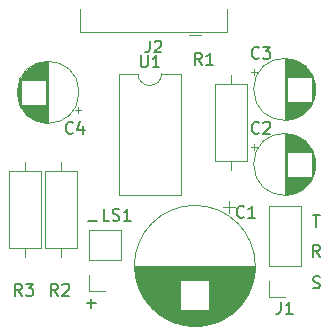
<source format=gbr>
G04 #@! TF.GenerationSoftware,KiCad,Pcbnew,(5.1.5)-3*
G04 #@! TF.CreationDate,2020-05-05T15:59:45-04:00*
G04 #@! TF.ProjectId,FullRangeSpeakerDriver,46756c6c-5261-46e6-9765-537065616b65,rev?*
G04 #@! TF.SameCoordinates,Original*
G04 #@! TF.FileFunction,Legend,Top*
G04 #@! TF.FilePolarity,Positive*
%FSLAX46Y46*%
G04 Gerber Fmt 4.6, Leading zero omitted, Abs format (unit mm)*
G04 Created by KiCad (PCBNEW (5.1.5)-3) date 2020-05-05 15:59:45*
%MOMM*%
%LPD*%
G04 APERTURE LIST*
%ADD10C,0.150000*%
%ADD11C,0.120000*%
G04 APERTURE END LIST*
D10*
X191516047Y-84907428D02*
X192277952Y-84907428D01*
X191897000Y-85288380D02*
X191897000Y-84526476D01*
X191643047Y-77922428D02*
X192404952Y-77922428D01*
X210661285Y-83589761D02*
X210804142Y-83637380D01*
X211042238Y-83637380D01*
X211137476Y-83589761D01*
X211185095Y-83542142D01*
X211232714Y-83446904D01*
X211232714Y-83351666D01*
X211185095Y-83256428D01*
X211137476Y-83208809D01*
X211042238Y-83161190D01*
X210851761Y-83113571D01*
X210756523Y-83065952D01*
X210708904Y-83018333D01*
X210661285Y-82923095D01*
X210661285Y-82827857D01*
X210708904Y-82732619D01*
X210756523Y-82685000D01*
X210851761Y-82637380D01*
X211089857Y-82637380D01*
X211232714Y-82685000D01*
X211256523Y-80970380D02*
X210923190Y-80494190D01*
X210685095Y-80970380D02*
X210685095Y-79970380D01*
X211066047Y-79970380D01*
X211161285Y-80018000D01*
X211208904Y-80065619D01*
X211256523Y-80160857D01*
X211256523Y-80303714D01*
X211208904Y-80398952D01*
X211161285Y-80446571D01*
X211066047Y-80494190D01*
X210685095Y-80494190D01*
X210661285Y-77430380D02*
X211232714Y-77430380D01*
X210947000Y-78430380D02*
X210947000Y-77430380D01*
D11*
X190910000Y-59970000D02*
X190910000Y-61970000D01*
X190910000Y-61970000D02*
X203410000Y-61970000D01*
X203410000Y-61970000D02*
X203410000Y-59970000D01*
X201160000Y-62220000D02*
X200160000Y-62220000D01*
X203708000Y-73636000D02*
X203708000Y-72866000D01*
X203708000Y-65556000D02*
X203708000Y-66326000D01*
X205078000Y-72866000D02*
X205078000Y-66326000D01*
X202338000Y-72866000D02*
X205078000Y-72866000D01*
X202338000Y-66326000D02*
X202338000Y-72866000D01*
X205078000Y-66326000D02*
X202338000Y-66326000D01*
X205705225Y-71427000D02*
X205705225Y-71927000D01*
X205455225Y-71677000D02*
X205955225Y-71677000D01*
X210861000Y-72868000D02*
X210861000Y-73436000D01*
X210821000Y-72634000D02*
X210821000Y-73670000D01*
X210781000Y-72475000D02*
X210781000Y-73829000D01*
X210741000Y-72347000D02*
X210741000Y-73957000D01*
X210701000Y-72237000D02*
X210701000Y-74067000D01*
X210661000Y-72141000D02*
X210661000Y-74163000D01*
X210621000Y-72054000D02*
X210621000Y-74250000D01*
X210581000Y-71974000D02*
X210581000Y-74330000D01*
X210541000Y-74192000D02*
X210541000Y-74403000D01*
X210541000Y-71901000D02*
X210541000Y-72112000D01*
X210501000Y-74192000D02*
X210501000Y-74471000D01*
X210501000Y-71833000D02*
X210501000Y-72112000D01*
X210461000Y-74192000D02*
X210461000Y-74535000D01*
X210461000Y-71769000D02*
X210461000Y-72112000D01*
X210421000Y-74192000D02*
X210421000Y-74595000D01*
X210421000Y-71709000D02*
X210421000Y-72112000D01*
X210381000Y-74192000D02*
X210381000Y-74652000D01*
X210381000Y-71652000D02*
X210381000Y-72112000D01*
X210341000Y-74192000D02*
X210341000Y-74706000D01*
X210341000Y-71598000D02*
X210341000Y-72112000D01*
X210301000Y-74192000D02*
X210301000Y-74757000D01*
X210301000Y-71547000D02*
X210301000Y-72112000D01*
X210261000Y-74192000D02*
X210261000Y-74805000D01*
X210261000Y-71499000D02*
X210261000Y-72112000D01*
X210221000Y-74192000D02*
X210221000Y-74851000D01*
X210221000Y-71453000D02*
X210221000Y-72112000D01*
X210181000Y-74192000D02*
X210181000Y-74895000D01*
X210181000Y-71409000D02*
X210181000Y-72112000D01*
X210141000Y-74192000D02*
X210141000Y-74937000D01*
X210141000Y-71367000D02*
X210141000Y-72112000D01*
X210101000Y-74192000D02*
X210101000Y-74978000D01*
X210101000Y-71326000D02*
X210101000Y-72112000D01*
X210061000Y-74192000D02*
X210061000Y-75016000D01*
X210061000Y-71288000D02*
X210061000Y-72112000D01*
X210021000Y-74192000D02*
X210021000Y-75053000D01*
X210021000Y-71251000D02*
X210021000Y-72112000D01*
X209981000Y-74192000D02*
X209981000Y-75089000D01*
X209981000Y-71215000D02*
X209981000Y-72112000D01*
X209941000Y-74192000D02*
X209941000Y-75123000D01*
X209941000Y-71181000D02*
X209941000Y-72112000D01*
X209901000Y-74192000D02*
X209901000Y-75156000D01*
X209901000Y-71148000D02*
X209901000Y-72112000D01*
X209861000Y-74192000D02*
X209861000Y-75187000D01*
X209861000Y-71117000D02*
X209861000Y-72112000D01*
X209821000Y-74192000D02*
X209821000Y-75217000D01*
X209821000Y-71087000D02*
X209821000Y-72112000D01*
X209781000Y-74192000D02*
X209781000Y-75247000D01*
X209781000Y-71057000D02*
X209781000Y-72112000D01*
X209741000Y-74192000D02*
X209741000Y-75274000D01*
X209741000Y-71030000D02*
X209741000Y-72112000D01*
X209701000Y-74192000D02*
X209701000Y-75301000D01*
X209701000Y-71003000D02*
X209701000Y-72112000D01*
X209661000Y-74192000D02*
X209661000Y-75327000D01*
X209661000Y-70977000D02*
X209661000Y-72112000D01*
X209621000Y-74192000D02*
X209621000Y-75352000D01*
X209621000Y-70952000D02*
X209621000Y-72112000D01*
X209581000Y-74192000D02*
X209581000Y-75376000D01*
X209581000Y-70928000D02*
X209581000Y-72112000D01*
X209541000Y-74192000D02*
X209541000Y-75399000D01*
X209541000Y-70905000D02*
X209541000Y-72112000D01*
X209501000Y-74192000D02*
X209501000Y-75420000D01*
X209501000Y-70884000D02*
X209501000Y-72112000D01*
X209461000Y-74192000D02*
X209461000Y-75442000D01*
X209461000Y-70862000D02*
X209461000Y-72112000D01*
X209421000Y-74192000D02*
X209421000Y-75462000D01*
X209421000Y-70842000D02*
X209421000Y-72112000D01*
X209381000Y-74192000D02*
X209381000Y-75481000D01*
X209381000Y-70823000D02*
X209381000Y-72112000D01*
X209341000Y-74192000D02*
X209341000Y-75500000D01*
X209341000Y-70804000D02*
X209341000Y-72112000D01*
X209301000Y-74192000D02*
X209301000Y-75517000D01*
X209301000Y-70787000D02*
X209301000Y-72112000D01*
X209261000Y-74192000D02*
X209261000Y-75534000D01*
X209261000Y-70770000D02*
X209261000Y-72112000D01*
X209221000Y-74192000D02*
X209221000Y-75550000D01*
X209221000Y-70754000D02*
X209221000Y-72112000D01*
X209181000Y-74192000D02*
X209181000Y-75566000D01*
X209181000Y-70738000D02*
X209181000Y-72112000D01*
X209141000Y-74192000D02*
X209141000Y-75580000D01*
X209141000Y-70724000D02*
X209141000Y-72112000D01*
X209101000Y-74192000D02*
X209101000Y-75594000D01*
X209101000Y-70710000D02*
X209101000Y-72112000D01*
X209061000Y-74192000D02*
X209061000Y-75607000D01*
X209061000Y-70697000D02*
X209061000Y-72112000D01*
X209021000Y-74192000D02*
X209021000Y-75620000D01*
X209021000Y-70684000D02*
X209021000Y-72112000D01*
X208981000Y-74192000D02*
X208981000Y-75632000D01*
X208981000Y-70672000D02*
X208981000Y-72112000D01*
X208940000Y-74192000D02*
X208940000Y-75643000D01*
X208940000Y-70661000D02*
X208940000Y-72112000D01*
X208900000Y-74192000D02*
X208900000Y-75653000D01*
X208900000Y-70651000D02*
X208900000Y-72112000D01*
X208860000Y-74192000D02*
X208860000Y-75663000D01*
X208860000Y-70641000D02*
X208860000Y-72112000D01*
X208820000Y-74192000D02*
X208820000Y-75672000D01*
X208820000Y-70632000D02*
X208820000Y-72112000D01*
X208780000Y-74192000D02*
X208780000Y-75680000D01*
X208780000Y-70624000D02*
X208780000Y-72112000D01*
X208740000Y-74192000D02*
X208740000Y-75688000D01*
X208740000Y-70616000D02*
X208740000Y-72112000D01*
X208700000Y-74192000D02*
X208700000Y-75695000D01*
X208700000Y-70609000D02*
X208700000Y-72112000D01*
X208660000Y-74192000D02*
X208660000Y-75702000D01*
X208660000Y-70602000D02*
X208660000Y-72112000D01*
X208620000Y-74192000D02*
X208620000Y-75708000D01*
X208620000Y-70596000D02*
X208620000Y-72112000D01*
X208580000Y-74192000D02*
X208580000Y-75713000D01*
X208580000Y-70591000D02*
X208580000Y-72112000D01*
X208540000Y-74192000D02*
X208540000Y-75717000D01*
X208540000Y-70587000D02*
X208540000Y-72112000D01*
X208500000Y-74192000D02*
X208500000Y-75721000D01*
X208500000Y-70583000D02*
X208500000Y-72112000D01*
X208460000Y-70579000D02*
X208460000Y-75725000D01*
X208420000Y-70576000D02*
X208420000Y-75728000D01*
X208380000Y-70574000D02*
X208380000Y-75730000D01*
X208340000Y-70573000D02*
X208340000Y-75731000D01*
X208300000Y-70572000D02*
X208300000Y-75732000D01*
X208260000Y-70572000D02*
X208260000Y-75732000D01*
X210880000Y-73152000D02*
G75*
G03X210880000Y-73152000I-2620000J0D01*
G01*
X189306200Y-81002000D02*
X189306200Y-80232000D01*
X189306200Y-72922000D02*
X189306200Y-73692000D01*
X190676200Y-80232000D02*
X190676200Y-73692000D01*
X187936200Y-80232000D02*
X190676200Y-80232000D01*
X187936200Y-73692000D02*
X187936200Y-80232000D01*
X190676200Y-73692000D02*
X187936200Y-73692000D01*
X199500000Y-65472000D02*
X197850000Y-65472000D01*
X199500000Y-75752000D02*
X199500000Y-65472000D01*
X194200000Y-75752000D02*
X199500000Y-75752000D01*
X194200000Y-65472000D02*
X194200000Y-75752000D01*
X195850000Y-65472000D02*
X194200000Y-65472000D01*
X197850000Y-65472000D02*
G75*
G02X195850000Y-65472000I-1000000J0D01*
G01*
X186258200Y-81002000D02*
X186258200Y-80232000D01*
X186258200Y-72922000D02*
X186258200Y-73692000D01*
X187628200Y-80232000D02*
X187628200Y-73692000D01*
X184888200Y-80232000D02*
X187628200Y-80232000D01*
X184888200Y-73692000D02*
X184888200Y-80232000D01*
X187628200Y-73692000D02*
X184888200Y-73692000D01*
X193040000Y-83880000D02*
X191710000Y-83880000D01*
X191710000Y-83880000D02*
X191710000Y-82550000D01*
X191710000Y-81280000D02*
X191710000Y-78680000D01*
X194370000Y-78680000D02*
X191710000Y-78680000D01*
X194370000Y-81280000D02*
X194370000Y-78680000D01*
X194370000Y-81280000D02*
X191710000Y-81280000D01*
X208280000Y-84388000D02*
X206950000Y-84388000D01*
X206950000Y-84388000D02*
X206950000Y-83058000D01*
X206950000Y-81788000D02*
X206950000Y-76648000D01*
X209610000Y-76648000D02*
X206950000Y-76648000D01*
X209610000Y-81788000D02*
X209610000Y-76648000D01*
X209610000Y-81788000D02*
X206950000Y-81788000D01*
X190788775Y-68781000D02*
X190788775Y-68281000D01*
X191038775Y-68531000D02*
X190538775Y-68531000D01*
X185633000Y-67340000D02*
X185633000Y-66772000D01*
X185673000Y-67574000D02*
X185673000Y-66538000D01*
X185713000Y-67733000D02*
X185713000Y-66379000D01*
X185753000Y-67861000D02*
X185753000Y-66251000D01*
X185793000Y-67971000D02*
X185793000Y-66141000D01*
X185833000Y-68067000D02*
X185833000Y-66045000D01*
X185873000Y-68154000D02*
X185873000Y-65958000D01*
X185913000Y-68234000D02*
X185913000Y-65878000D01*
X185953000Y-66016000D02*
X185953000Y-65805000D01*
X185953000Y-68307000D02*
X185953000Y-68096000D01*
X185993000Y-66016000D02*
X185993000Y-65737000D01*
X185993000Y-68375000D02*
X185993000Y-68096000D01*
X186033000Y-66016000D02*
X186033000Y-65673000D01*
X186033000Y-68439000D02*
X186033000Y-68096000D01*
X186073000Y-66016000D02*
X186073000Y-65613000D01*
X186073000Y-68499000D02*
X186073000Y-68096000D01*
X186113000Y-66016000D02*
X186113000Y-65556000D01*
X186113000Y-68556000D02*
X186113000Y-68096000D01*
X186153000Y-66016000D02*
X186153000Y-65502000D01*
X186153000Y-68610000D02*
X186153000Y-68096000D01*
X186193000Y-66016000D02*
X186193000Y-65451000D01*
X186193000Y-68661000D02*
X186193000Y-68096000D01*
X186233000Y-66016000D02*
X186233000Y-65403000D01*
X186233000Y-68709000D02*
X186233000Y-68096000D01*
X186273000Y-66016000D02*
X186273000Y-65357000D01*
X186273000Y-68755000D02*
X186273000Y-68096000D01*
X186313000Y-66016000D02*
X186313000Y-65313000D01*
X186313000Y-68799000D02*
X186313000Y-68096000D01*
X186353000Y-66016000D02*
X186353000Y-65271000D01*
X186353000Y-68841000D02*
X186353000Y-68096000D01*
X186393000Y-66016000D02*
X186393000Y-65230000D01*
X186393000Y-68882000D02*
X186393000Y-68096000D01*
X186433000Y-66016000D02*
X186433000Y-65192000D01*
X186433000Y-68920000D02*
X186433000Y-68096000D01*
X186473000Y-66016000D02*
X186473000Y-65155000D01*
X186473000Y-68957000D02*
X186473000Y-68096000D01*
X186513000Y-66016000D02*
X186513000Y-65119000D01*
X186513000Y-68993000D02*
X186513000Y-68096000D01*
X186553000Y-66016000D02*
X186553000Y-65085000D01*
X186553000Y-69027000D02*
X186553000Y-68096000D01*
X186593000Y-66016000D02*
X186593000Y-65052000D01*
X186593000Y-69060000D02*
X186593000Y-68096000D01*
X186633000Y-66016000D02*
X186633000Y-65021000D01*
X186633000Y-69091000D02*
X186633000Y-68096000D01*
X186673000Y-66016000D02*
X186673000Y-64991000D01*
X186673000Y-69121000D02*
X186673000Y-68096000D01*
X186713000Y-66016000D02*
X186713000Y-64961000D01*
X186713000Y-69151000D02*
X186713000Y-68096000D01*
X186753000Y-66016000D02*
X186753000Y-64934000D01*
X186753000Y-69178000D02*
X186753000Y-68096000D01*
X186793000Y-66016000D02*
X186793000Y-64907000D01*
X186793000Y-69205000D02*
X186793000Y-68096000D01*
X186833000Y-66016000D02*
X186833000Y-64881000D01*
X186833000Y-69231000D02*
X186833000Y-68096000D01*
X186873000Y-66016000D02*
X186873000Y-64856000D01*
X186873000Y-69256000D02*
X186873000Y-68096000D01*
X186913000Y-66016000D02*
X186913000Y-64832000D01*
X186913000Y-69280000D02*
X186913000Y-68096000D01*
X186953000Y-66016000D02*
X186953000Y-64809000D01*
X186953000Y-69303000D02*
X186953000Y-68096000D01*
X186993000Y-66016000D02*
X186993000Y-64788000D01*
X186993000Y-69324000D02*
X186993000Y-68096000D01*
X187033000Y-66016000D02*
X187033000Y-64766000D01*
X187033000Y-69346000D02*
X187033000Y-68096000D01*
X187073000Y-66016000D02*
X187073000Y-64746000D01*
X187073000Y-69366000D02*
X187073000Y-68096000D01*
X187113000Y-66016000D02*
X187113000Y-64727000D01*
X187113000Y-69385000D02*
X187113000Y-68096000D01*
X187153000Y-66016000D02*
X187153000Y-64708000D01*
X187153000Y-69404000D02*
X187153000Y-68096000D01*
X187193000Y-66016000D02*
X187193000Y-64691000D01*
X187193000Y-69421000D02*
X187193000Y-68096000D01*
X187233000Y-66016000D02*
X187233000Y-64674000D01*
X187233000Y-69438000D02*
X187233000Y-68096000D01*
X187273000Y-66016000D02*
X187273000Y-64658000D01*
X187273000Y-69454000D02*
X187273000Y-68096000D01*
X187313000Y-66016000D02*
X187313000Y-64642000D01*
X187313000Y-69470000D02*
X187313000Y-68096000D01*
X187353000Y-66016000D02*
X187353000Y-64628000D01*
X187353000Y-69484000D02*
X187353000Y-68096000D01*
X187393000Y-66016000D02*
X187393000Y-64614000D01*
X187393000Y-69498000D02*
X187393000Y-68096000D01*
X187433000Y-66016000D02*
X187433000Y-64601000D01*
X187433000Y-69511000D02*
X187433000Y-68096000D01*
X187473000Y-66016000D02*
X187473000Y-64588000D01*
X187473000Y-69524000D02*
X187473000Y-68096000D01*
X187513000Y-66016000D02*
X187513000Y-64576000D01*
X187513000Y-69536000D02*
X187513000Y-68096000D01*
X187554000Y-66016000D02*
X187554000Y-64565000D01*
X187554000Y-69547000D02*
X187554000Y-68096000D01*
X187594000Y-66016000D02*
X187594000Y-64555000D01*
X187594000Y-69557000D02*
X187594000Y-68096000D01*
X187634000Y-66016000D02*
X187634000Y-64545000D01*
X187634000Y-69567000D02*
X187634000Y-68096000D01*
X187674000Y-66016000D02*
X187674000Y-64536000D01*
X187674000Y-69576000D02*
X187674000Y-68096000D01*
X187714000Y-66016000D02*
X187714000Y-64528000D01*
X187714000Y-69584000D02*
X187714000Y-68096000D01*
X187754000Y-66016000D02*
X187754000Y-64520000D01*
X187754000Y-69592000D02*
X187754000Y-68096000D01*
X187794000Y-66016000D02*
X187794000Y-64513000D01*
X187794000Y-69599000D02*
X187794000Y-68096000D01*
X187834000Y-66016000D02*
X187834000Y-64506000D01*
X187834000Y-69606000D02*
X187834000Y-68096000D01*
X187874000Y-66016000D02*
X187874000Y-64500000D01*
X187874000Y-69612000D02*
X187874000Y-68096000D01*
X187914000Y-66016000D02*
X187914000Y-64495000D01*
X187914000Y-69617000D02*
X187914000Y-68096000D01*
X187954000Y-66016000D02*
X187954000Y-64491000D01*
X187954000Y-69621000D02*
X187954000Y-68096000D01*
X187994000Y-66016000D02*
X187994000Y-64487000D01*
X187994000Y-69625000D02*
X187994000Y-68096000D01*
X188034000Y-69629000D02*
X188034000Y-64483000D01*
X188074000Y-69632000D02*
X188074000Y-64480000D01*
X188114000Y-69634000D02*
X188114000Y-64478000D01*
X188154000Y-69635000D02*
X188154000Y-64477000D01*
X188194000Y-69636000D02*
X188194000Y-64476000D01*
X188234000Y-69636000D02*
X188234000Y-64476000D01*
X190854000Y-67056000D02*
G75*
G03X190854000Y-67056000I-2620000J0D01*
G01*
X205705225Y-65077000D02*
X205705225Y-65577000D01*
X205455225Y-65327000D02*
X205955225Y-65327000D01*
X210861000Y-66518000D02*
X210861000Y-67086000D01*
X210821000Y-66284000D02*
X210821000Y-67320000D01*
X210781000Y-66125000D02*
X210781000Y-67479000D01*
X210741000Y-65997000D02*
X210741000Y-67607000D01*
X210701000Y-65887000D02*
X210701000Y-67717000D01*
X210661000Y-65791000D02*
X210661000Y-67813000D01*
X210621000Y-65704000D02*
X210621000Y-67900000D01*
X210581000Y-65624000D02*
X210581000Y-67980000D01*
X210541000Y-67842000D02*
X210541000Y-68053000D01*
X210541000Y-65551000D02*
X210541000Y-65762000D01*
X210501000Y-67842000D02*
X210501000Y-68121000D01*
X210501000Y-65483000D02*
X210501000Y-65762000D01*
X210461000Y-67842000D02*
X210461000Y-68185000D01*
X210461000Y-65419000D02*
X210461000Y-65762000D01*
X210421000Y-67842000D02*
X210421000Y-68245000D01*
X210421000Y-65359000D02*
X210421000Y-65762000D01*
X210381000Y-67842000D02*
X210381000Y-68302000D01*
X210381000Y-65302000D02*
X210381000Y-65762000D01*
X210341000Y-67842000D02*
X210341000Y-68356000D01*
X210341000Y-65248000D02*
X210341000Y-65762000D01*
X210301000Y-67842000D02*
X210301000Y-68407000D01*
X210301000Y-65197000D02*
X210301000Y-65762000D01*
X210261000Y-67842000D02*
X210261000Y-68455000D01*
X210261000Y-65149000D02*
X210261000Y-65762000D01*
X210221000Y-67842000D02*
X210221000Y-68501000D01*
X210221000Y-65103000D02*
X210221000Y-65762000D01*
X210181000Y-67842000D02*
X210181000Y-68545000D01*
X210181000Y-65059000D02*
X210181000Y-65762000D01*
X210141000Y-67842000D02*
X210141000Y-68587000D01*
X210141000Y-65017000D02*
X210141000Y-65762000D01*
X210101000Y-67842000D02*
X210101000Y-68628000D01*
X210101000Y-64976000D02*
X210101000Y-65762000D01*
X210061000Y-67842000D02*
X210061000Y-68666000D01*
X210061000Y-64938000D02*
X210061000Y-65762000D01*
X210021000Y-67842000D02*
X210021000Y-68703000D01*
X210021000Y-64901000D02*
X210021000Y-65762000D01*
X209981000Y-67842000D02*
X209981000Y-68739000D01*
X209981000Y-64865000D02*
X209981000Y-65762000D01*
X209941000Y-67842000D02*
X209941000Y-68773000D01*
X209941000Y-64831000D02*
X209941000Y-65762000D01*
X209901000Y-67842000D02*
X209901000Y-68806000D01*
X209901000Y-64798000D02*
X209901000Y-65762000D01*
X209861000Y-67842000D02*
X209861000Y-68837000D01*
X209861000Y-64767000D02*
X209861000Y-65762000D01*
X209821000Y-67842000D02*
X209821000Y-68867000D01*
X209821000Y-64737000D02*
X209821000Y-65762000D01*
X209781000Y-67842000D02*
X209781000Y-68897000D01*
X209781000Y-64707000D02*
X209781000Y-65762000D01*
X209741000Y-67842000D02*
X209741000Y-68924000D01*
X209741000Y-64680000D02*
X209741000Y-65762000D01*
X209701000Y-67842000D02*
X209701000Y-68951000D01*
X209701000Y-64653000D02*
X209701000Y-65762000D01*
X209661000Y-67842000D02*
X209661000Y-68977000D01*
X209661000Y-64627000D02*
X209661000Y-65762000D01*
X209621000Y-67842000D02*
X209621000Y-69002000D01*
X209621000Y-64602000D02*
X209621000Y-65762000D01*
X209581000Y-67842000D02*
X209581000Y-69026000D01*
X209581000Y-64578000D02*
X209581000Y-65762000D01*
X209541000Y-67842000D02*
X209541000Y-69049000D01*
X209541000Y-64555000D02*
X209541000Y-65762000D01*
X209501000Y-67842000D02*
X209501000Y-69070000D01*
X209501000Y-64534000D02*
X209501000Y-65762000D01*
X209461000Y-67842000D02*
X209461000Y-69092000D01*
X209461000Y-64512000D02*
X209461000Y-65762000D01*
X209421000Y-67842000D02*
X209421000Y-69112000D01*
X209421000Y-64492000D02*
X209421000Y-65762000D01*
X209381000Y-67842000D02*
X209381000Y-69131000D01*
X209381000Y-64473000D02*
X209381000Y-65762000D01*
X209341000Y-67842000D02*
X209341000Y-69150000D01*
X209341000Y-64454000D02*
X209341000Y-65762000D01*
X209301000Y-67842000D02*
X209301000Y-69167000D01*
X209301000Y-64437000D02*
X209301000Y-65762000D01*
X209261000Y-67842000D02*
X209261000Y-69184000D01*
X209261000Y-64420000D02*
X209261000Y-65762000D01*
X209221000Y-67842000D02*
X209221000Y-69200000D01*
X209221000Y-64404000D02*
X209221000Y-65762000D01*
X209181000Y-67842000D02*
X209181000Y-69216000D01*
X209181000Y-64388000D02*
X209181000Y-65762000D01*
X209141000Y-67842000D02*
X209141000Y-69230000D01*
X209141000Y-64374000D02*
X209141000Y-65762000D01*
X209101000Y-67842000D02*
X209101000Y-69244000D01*
X209101000Y-64360000D02*
X209101000Y-65762000D01*
X209061000Y-67842000D02*
X209061000Y-69257000D01*
X209061000Y-64347000D02*
X209061000Y-65762000D01*
X209021000Y-67842000D02*
X209021000Y-69270000D01*
X209021000Y-64334000D02*
X209021000Y-65762000D01*
X208981000Y-67842000D02*
X208981000Y-69282000D01*
X208981000Y-64322000D02*
X208981000Y-65762000D01*
X208940000Y-67842000D02*
X208940000Y-69293000D01*
X208940000Y-64311000D02*
X208940000Y-65762000D01*
X208900000Y-67842000D02*
X208900000Y-69303000D01*
X208900000Y-64301000D02*
X208900000Y-65762000D01*
X208860000Y-67842000D02*
X208860000Y-69313000D01*
X208860000Y-64291000D02*
X208860000Y-65762000D01*
X208820000Y-67842000D02*
X208820000Y-69322000D01*
X208820000Y-64282000D02*
X208820000Y-65762000D01*
X208780000Y-67842000D02*
X208780000Y-69330000D01*
X208780000Y-64274000D02*
X208780000Y-65762000D01*
X208740000Y-67842000D02*
X208740000Y-69338000D01*
X208740000Y-64266000D02*
X208740000Y-65762000D01*
X208700000Y-67842000D02*
X208700000Y-69345000D01*
X208700000Y-64259000D02*
X208700000Y-65762000D01*
X208660000Y-67842000D02*
X208660000Y-69352000D01*
X208660000Y-64252000D02*
X208660000Y-65762000D01*
X208620000Y-67842000D02*
X208620000Y-69358000D01*
X208620000Y-64246000D02*
X208620000Y-65762000D01*
X208580000Y-67842000D02*
X208580000Y-69363000D01*
X208580000Y-64241000D02*
X208580000Y-65762000D01*
X208540000Y-67842000D02*
X208540000Y-69367000D01*
X208540000Y-64237000D02*
X208540000Y-65762000D01*
X208500000Y-67842000D02*
X208500000Y-69371000D01*
X208500000Y-64233000D02*
X208500000Y-65762000D01*
X208460000Y-64229000D02*
X208460000Y-69375000D01*
X208420000Y-64226000D02*
X208420000Y-69378000D01*
X208380000Y-64224000D02*
X208380000Y-69380000D01*
X208340000Y-64223000D02*
X208340000Y-69381000D01*
X208300000Y-64222000D02*
X208300000Y-69382000D01*
X208260000Y-64222000D02*
X208260000Y-69382000D01*
X210880000Y-66802000D02*
G75*
G03X210880000Y-66802000I-2620000J0D01*
G01*
X204035000Y-76768354D02*
X203035000Y-76768354D01*
X203535000Y-76268354D02*
X203535000Y-77268354D01*
X201259000Y-86829000D02*
X200061000Y-86829000D01*
X201522000Y-86789000D02*
X199798000Y-86789000D01*
X201722000Y-86749000D02*
X199598000Y-86749000D01*
X201890000Y-86709000D02*
X199430000Y-86709000D01*
X202038000Y-86669000D02*
X199282000Y-86669000D01*
X202170000Y-86629000D02*
X199150000Y-86629000D01*
X202290000Y-86589000D02*
X199030000Y-86589000D01*
X202402000Y-86549000D02*
X198918000Y-86549000D01*
X202506000Y-86509000D02*
X198814000Y-86509000D01*
X202604000Y-86469000D02*
X198716000Y-86469000D01*
X202697000Y-86429000D02*
X198623000Y-86429000D01*
X202785000Y-86389000D02*
X198535000Y-86389000D01*
X202869000Y-86349000D02*
X198451000Y-86349000D01*
X202949000Y-86309000D02*
X198371000Y-86309000D01*
X203025000Y-86269000D02*
X198295000Y-86269000D01*
X203099000Y-86229000D02*
X198221000Y-86229000D01*
X203170000Y-86189000D02*
X198150000Y-86189000D01*
X203239000Y-86149000D02*
X198081000Y-86149000D01*
X203305000Y-86109000D02*
X198015000Y-86109000D01*
X203369000Y-86069000D02*
X197951000Y-86069000D01*
X203430000Y-86029000D02*
X197890000Y-86029000D01*
X203490000Y-85989000D02*
X197830000Y-85989000D01*
X203549000Y-85949000D02*
X197771000Y-85949000D01*
X203605000Y-85909000D02*
X197715000Y-85909000D01*
X203660000Y-85869000D02*
X197660000Y-85869000D01*
X203714000Y-85829000D02*
X197606000Y-85829000D01*
X203766000Y-85789000D02*
X197554000Y-85789000D01*
X203816000Y-85749000D02*
X197504000Y-85749000D01*
X203866000Y-85709000D02*
X197454000Y-85709000D01*
X203914000Y-85669000D02*
X197406000Y-85669000D01*
X203961000Y-85629000D02*
X197359000Y-85629000D01*
X204007000Y-85589000D02*
X197313000Y-85589000D01*
X204052000Y-85549000D02*
X197268000Y-85549000D01*
X204096000Y-85509000D02*
X197224000Y-85509000D01*
X199419000Y-85469000D02*
X197182000Y-85469000D01*
X204138000Y-85469000D02*
X201901000Y-85469000D01*
X199419000Y-85429000D02*
X197140000Y-85429000D01*
X204180000Y-85429000D02*
X201901000Y-85429000D01*
X199419000Y-85389000D02*
X197099000Y-85389000D01*
X204221000Y-85389000D02*
X201901000Y-85389000D01*
X199419000Y-85349000D02*
X197059000Y-85349000D01*
X204261000Y-85349000D02*
X201901000Y-85349000D01*
X199419000Y-85309000D02*
X197020000Y-85309000D01*
X204300000Y-85309000D02*
X201901000Y-85309000D01*
X199419000Y-85269000D02*
X196981000Y-85269000D01*
X204339000Y-85269000D02*
X201901000Y-85269000D01*
X199419000Y-85229000D02*
X196944000Y-85229000D01*
X204376000Y-85229000D02*
X201901000Y-85229000D01*
X199419000Y-85189000D02*
X196907000Y-85189000D01*
X204413000Y-85189000D02*
X201901000Y-85189000D01*
X199419000Y-85149000D02*
X196871000Y-85149000D01*
X204449000Y-85149000D02*
X201901000Y-85149000D01*
X199419000Y-85109000D02*
X196836000Y-85109000D01*
X204484000Y-85109000D02*
X201901000Y-85109000D01*
X199419000Y-85069000D02*
X196802000Y-85069000D01*
X204518000Y-85069000D02*
X201901000Y-85069000D01*
X199419000Y-85029000D02*
X196768000Y-85029000D01*
X204552000Y-85029000D02*
X201901000Y-85029000D01*
X199419000Y-84989000D02*
X196735000Y-84989000D01*
X204585000Y-84989000D02*
X201901000Y-84989000D01*
X199419000Y-84949000D02*
X196703000Y-84949000D01*
X204617000Y-84949000D02*
X201901000Y-84949000D01*
X199419000Y-84909000D02*
X196671000Y-84909000D01*
X204649000Y-84909000D02*
X201901000Y-84909000D01*
X199419000Y-84869000D02*
X196640000Y-84869000D01*
X204680000Y-84869000D02*
X201901000Y-84869000D01*
X199419000Y-84829000D02*
X196610000Y-84829000D01*
X204710000Y-84829000D02*
X201901000Y-84829000D01*
X199419000Y-84789000D02*
X196580000Y-84789000D01*
X204740000Y-84789000D02*
X201901000Y-84789000D01*
X199419000Y-84749000D02*
X196550000Y-84749000D01*
X204770000Y-84749000D02*
X201901000Y-84749000D01*
X199419000Y-84709000D02*
X196522000Y-84709000D01*
X204798000Y-84709000D02*
X201901000Y-84709000D01*
X199419000Y-84669000D02*
X196494000Y-84669000D01*
X204826000Y-84669000D02*
X201901000Y-84669000D01*
X199419000Y-84629000D02*
X196466000Y-84629000D01*
X204854000Y-84629000D02*
X201901000Y-84629000D01*
X199419000Y-84589000D02*
X196439000Y-84589000D01*
X204881000Y-84589000D02*
X201901000Y-84589000D01*
X199419000Y-84549000D02*
X196413000Y-84549000D01*
X204907000Y-84549000D02*
X201901000Y-84549000D01*
X199419000Y-84509000D02*
X196387000Y-84509000D01*
X204933000Y-84509000D02*
X201901000Y-84509000D01*
X199419000Y-84469000D02*
X196362000Y-84469000D01*
X204958000Y-84469000D02*
X201901000Y-84469000D01*
X199419000Y-84429000D02*
X196337000Y-84429000D01*
X204983000Y-84429000D02*
X201901000Y-84429000D01*
X199419000Y-84389000D02*
X196313000Y-84389000D01*
X205007000Y-84389000D02*
X201901000Y-84389000D01*
X199419000Y-84349000D02*
X196289000Y-84349000D01*
X205031000Y-84349000D02*
X201901000Y-84349000D01*
X199419000Y-84309000D02*
X196265000Y-84309000D01*
X205055000Y-84309000D02*
X201901000Y-84309000D01*
X199419000Y-84269000D02*
X196243000Y-84269000D01*
X205077000Y-84269000D02*
X201901000Y-84269000D01*
X199419000Y-84229000D02*
X196220000Y-84229000D01*
X205100000Y-84229000D02*
X201901000Y-84229000D01*
X199419000Y-84189000D02*
X196198000Y-84189000D01*
X205122000Y-84189000D02*
X201901000Y-84189000D01*
X199419000Y-84149000D02*
X196177000Y-84149000D01*
X205143000Y-84149000D02*
X201901000Y-84149000D01*
X199419000Y-84109000D02*
X196156000Y-84109000D01*
X205164000Y-84109000D02*
X201901000Y-84109000D01*
X199419000Y-84069000D02*
X196135000Y-84069000D01*
X205185000Y-84069000D02*
X201901000Y-84069000D01*
X199419000Y-84029000D02*
X196115000Y-84029000D01*
X205205000Y-84029000D02*
X201901000Y-84029000D01*
X199419000Y-83989000D02*
X196096000Y-83989000D01*
X205224000Y-83989000D02*
X201901000Y-83989000D01*
X199419000Y-83949000D02*
X196076000Y-83949000D01*
X205244000Y-83949000D02*
X201901000Y-83949000D01*
X199419000Y-83909000D02*
X196057000Y-83909000D01*
X205263000Y-83909000D02*
X201901000Y-83909000D01*
X199419000Y-83869000D02*
X196039000Y-83869000D01*
X205281000Y-83869000D02*
X201901000Y-83869000D01*
X199419000Y-83829000D02*
X196021000Y-83829000D01*
X205299000Y-83829000D02*
X201901000Y-83829000D01*
X199419000Y-83789000D02*
X196003000Y-83789000D01*
X205317000Y-83789000D02*
X201901000Y-83789000D01*
X199419000Y-83749000D02*
X195986000Y-83749000D01*
X205334000Y-83749000D02*
X201901000Y-83749000D01*
X199419000Y-83709000D02*
X195970000Y-83709000D01*
X205350000Y-83709000D02*
X201901000Y-83709000D01*
X199419000Y-83669000D02*
X195953000Y-83669000D01*
X205367000Y-83669000D02*
X201901000Y-83669000D01*
X199419000Y-83629000D02*
X195937000Y-83629000D01*
X205383000Y-83629000D02*
X201901000Y-83629000D01*
X199419000Y-83589000D02*
X195922000Y-83589000D01*
X205398000Y-83589000D02*
X201901000Y-83589000D01*
X199419000Y-83549000D02*
X195906000Y-83549000D01*
X205414000Y-83549000D02*
X201901000Y-83549000D01*
X199419000Y-83509000D02*
X195892000Y-83509000D01*
X205428000Y-83509000D02*
X201901000Y-83509000D01*
X199419000Y-83469000D02*
X195877000Y-83469000D01*
X205443000Y-83469000D02*
X201901000Y-83469000D01*
X199419000Y-83429000D02*
X195863000Y-83429000D01*
X205457000Y-83429000D02*
X201901000Y-83429000D01*
X199419000Y-83389000D02*
X195849000Y-83389000D01*
X205471000Y-83389000D02*
X201901000Y-83389000D01*
X199419000Y-83349000D02*
X195836000Y-83349000D01*
X205484000Y-83349000D02*
X201901000Y-83349000D01*
X199419000Y-83309000D02*
X195823000Y-83309000D01*
X205497000Y-83309000D02*
X201901000Y-83309000D01*
X199419000Y-83269000D02*
X195810000Y-83269000D01*
X205510000Y-83269000D02*
X201901000Y-83269000D01*
X199419000Y-83229000D02*
X195798000Y-83229000D01*
X205522000Y-83229000D02*
X201901000Y-83229000D01*
X199419000Y-83189000D02*
X195786000Y-83189000D01*
X205534000Y-83189000D02*
X201901000Y-83189000D01*
X199419000Y-83149000D02*
X195775000Y-83149000D01*
X205545000Y-83149000D02*
X201901000Y-83149000D01*
X199419000Y-83109000D02*
X195763000Y-83109000D01*
X205557000Y-83109000D02*
X201901000Y-83109000D01*
X199419000Y-83069000D02*
X195753000Y-83069000D01*
X205567000Y-83069000D02*
X201901000Y-83069000D01*
X199419000Y-83029000D02*
X195742000Y-83029000D01*
X205578000Y-83029000D02*
X201901000Y-83029000D01*
X205588000Y-82989000D02*
X195732000Y-82989000D01*
X205598000Y-82949000D02*
X195722000Y-82949000D01*
X205607000Y-82909000D02*
X195713000Y-82909000D01*
X205616000Y-82869000D02*
X195704000Y-82869000D01*
X205625000Y-82829000D02*
X195695000Y-82829000D01*
X205634000Y-82789000D02*
X195686000Y-82789000D01*
X205642000Y-82749000D02*
X195678000Y-82749000D01*
X205650000Y-82709000D02*
X195670000Y-82709000D01*
X205657000Y-82669000D02*
X195663000Y-82669000D01*
X205664000Y-82629000D02*
X195656000Y-82629000D01*
X205671000Y-82589000D02*
X195649000Y-82589000D01*
X205678000Y-82549000D02*
X195642000Y-82549000D01*
X205684000Y-82509000D02*
X195636000Y-82509000D01*
X205690000Y-82469000D02*
X195630000Y-82469000D01*
X205695000Y-82428000D02*
X195625000Y-82428000D01*
X205700000Y-82388000D02*
X195620000Y-82388000D01*
X205705000Y-82348000D02*
X195615000Y-82348000D01*
X205710000Y-82308000D02*
X195610000Y-82308000D01*
X205714000Y-82268000D02*
X195606000Y-82268000D01*
X205718000Y-82228000D02*
X195602000Y-82228000D01*
X205722000Y-82188000D02*
X195598000Y-82188000D01*
X205725000Y-82148000D02*
X195595000Y-82148000D01*
X205728000Y-82108000D02*
X195592000Y-82108000D01*
X205730000Y-82068000D02*
X195590000Y-82068000D01*
X205733000Y-82028000D02*
X195587000Y-82028000D01*
X205735000Y-81988000D02*
X195585000Y-81988000D01*
X205737000Y-81948000D02*
X195583000Y-81948000D01*
X205738000Y-81908000D02*
X195582000Y-81908000D01*
X205739000Y-81868000D02*
X195581000Y-81868000D01*
X205740000Y-81828000D02*
X195580000Y-81828000D01*
X205740000Y-81788000D02*
X195580000Y-81788000D01*
X205740000Y-81748000D02*
X195580000Y-81748000D01*
X205780000Y-81748000D02*
G75*
G03X205780000Y-81748000I-5120000J0D01*
G01*
D10*
X196826666Y-62672380D02*
X196826666Y-63386666D01*
X196779047Y-63529523D01*
X196683809Y-63624761D01*
X196540952Y-63672380D01*
X196445714Y-63672380D01*
X197255238Y-62767619D02*
X197302857Y-62720000D01*
X197398095Y-62672380D01*
X197636190Y-62672380D01*
X197731428Y-62720000D01*
X197779047Y-62767619D01*
X197826666Y-62862857D01*
X197826666Y-62958095D01*
X197779047Y-63100952D01*
X197207619Y-63672380D01*
X197826666Y-63672380D01*
X201255333Y-64714380D02*
X200922000Y-64238190D01*
X200683904Y-64714380D02*
X200683904Y-63714380D01*
X201064857Y-63714380D01*
X201160095Y-63762000D01*
X201207714Y-63809619D01*
X201255333Y-63904857D01*
X201255333Y-64047714D01*
X201207714Y-64142952D01*
X201160095Y-64190571D01*
X201064857Y-64238190D01*
X200683904Y-64238190D01*
X202207714Y-64714380D02*
X201636285Y-64714380D01*
X201922000Y-64714380D02*
X201922000Y-63714380D01*
X201826761Y-63857238D01*
X201731523Y-63952476D01*
X201636285Y-64000095D01*
X206081333Y-70461142D02*
X206033714Y-70508761D01*
X205890857Y-70556380D01*
X205795619Y-70556380D01*
X205652761Y-70508761D01*
X205557523Y-70413523D01*
X205509904Y-70318285D01*
X205462285Y-70127809D01*
X205462285Y-69984952D01*
X205509904Y-69794476D01*
X205557523Y-69699238D01*
X205652761Y-69604000D01*
X205795619Y-69556380D01*
X205890857Y-69556380D01*
X206033714Y-69604000D01*
X206081333Y-69651619D01*
X206462285Y-69651619D02*
X206509904Y-69604000D01*
X206605142Y-69556380D01*
X206843238Y-69556380D01*
X206938476Y-69604000D01*
X206986095Y-69651619D01*
X207033714Y-69746857D01*
X207033714Y-69842095D01*
X206986095Y-69984952D01*
X206414666Y-70556380D01*
X207033714Y-70556380D01*
X189063333Y-84272380D02*
X188730000Y-83796190D01*
X188491904Y-84272380D02*
X188491904Y-83272380D01*
X188872857Y-83272380D01*
X188968095Y-83320000D01*
X189015714Y-83367619D01*
X189063333Y-83462857D01*
X189063333Y-83605714D01*
X189015714Y-83700952D01*
X188968095Y-83748571D01*
X188872857Y-83796190D01*
X188491904Y-83796190D01*
X189444285Y-83367619D02*
X189491904Y-83320000D01*
X189587142Y-83272380D01*
X189825238Y-83272380D01*
X189920476Y-83320000D01*
X189968095Y-83367619D01*
X190015714Y-83462857D01*
X190015714Y-83558095D01*
X189968095Y-83700952D01*
X189396666Y-84272380D01*
X190015714Y-84272380D01*
X196088095Y-63924380D02*
X196088095Y-64733904D01*
X196135714Y-64829142D01*
X196183333Y-64876761D01*
X196278571Y-64924380D01*
X196469047Y-64924380D01*
X196564285Y-64876761D01*
X196611904Y-64829142D01*
X196659523Y-64733904D01*
X196659523Y-63924380D01*
X197659523Y-64924380D02*
X197088095Y-64924380D01*
X197373809Y-64924380D02*
X197373809Y-63924380D01*
X197278571Y-64067238D01*
X197183333Y-64162476D01*
X197088095Y-64210095D01*
X186015333Y-84272380D02*
X185682000Y-83796190D01*
X185443904Y-84272380D02*
X185443904Y-83272380D01*
X185824857Y-83272380D01*
X185920095Y-83320000D01*
X185967714Y-83367619D01*
X186015333Y-83462857D01*
X186015333Y-83605714D01*
X185967714Y-83700952D01*
X185920095Y-83748571D01*
X185824857Y-83796190D01*
X185443904Y-83796190D01*
X186348666Y-83272380D02*
X186967714Y-83272380D01*
X186634380Y-83653333D01*
X186777238Y-83653333D01*
X186872476Y-83700952D01*
X186920095Y-83748571D01*
X186967714Y-83843809D01*
X186967714Y-84081904D01*
X186920095Y-84177142D01*
X186872476Y-84224761D01*
X186777238Y-84272380D01*
X186491523Y-84272380D01*
X186396285Y-84224761D01*
X186348666Y-84177142D01*
X193413142Y-77922380D02*
X192936952Y-77922380D01*
X192936952Y-76922380D01*
X193698857Y-77874761D02*
X193841714Y-77922380D01*
X194079809Y-77922380D01*
X194175047Y-77874761D01*
X194222666Y-77827142D01*
X194270285Y-77731904D01*
X194270285Y-77636666D01*
X194222666Y-77541428D01*
X194175047Y-77493809D01*
X194079809Y-77446190D01*
X193889333Y-77398571D01*
X193794095Y-77350952D01*
X193746476Y-77303333D01*
X193698857Y-77208095D01*
X193698857Y-77112857D01*
X193746476Y-77017619D01*
X193794095Y-76970000D01*
X193889333Y-76922380D01*
X194127428Y-76922380D01*
X194270285Y-76970000D01*
X195222666Y-77922380D02*
X194651238Y-77922380D01*
X194936952Y-77922380D02*
X194936952Y-76922380D01*
X194841714Y-77065238D01*
X194746476Y-77160476D01*
X194651238Y-77208095D01*
X207946666Y-84796380D02*
X207946666Y-85510666D01*
X207899047Y-85653523D01*
X207803809Y-85748761D01*
X207660952Y-85796380D01*
X207565714Y-85796380D01*
X208946666Y-85796380D02*
X208375238Y-85796380D01*
X208660952Y-85796380D02*
X208660952Y-84796380D01*
X208565714Y-84939238D01*
X208470476Y-85034476D01*
X208375238Y-85082095D01*
X190333333Y-70461142D02*
X190285714Y-70508761D01*
X190142857Y-70556380D01*
X190047619Y-70556380D01*
X189904761Y-70508761D01*
X189809523Y-70413523D01*
X189761904Y-70318285D01*
X189714285Y-70127809D01*
X189714285Y-69984952D01*
X189761904Y-69794476D01*
X189809523Y-69699238D01*
X189904761Y-69604000D01*
X190047619Y-69556380D01*
X190142857Y-69556380D01*
X190285714Y-69604000D01*
X190333333Y-69651619D01*
X191190476Y-69889714D02*
X191190476Y-70556380D01*
X190952380Y-69508761D02*
X190714285Y-70223047D01*
X191333333Y-70223047D01*
X206081333Y-64111142D02*
X206033714Y-64158761D01*
X205890857Y-64206380D01*
X205795619Y-64206380D01*
X205652761Y-64158761D01*
X205557523Y-64063523D01*
X205509904Y-63968285D01*
X205462285Y-63777809D01*
X205462285Y-63634952D01*
X205509904Y-63444476D01*
X205557523Y-63349238D01*
X205652761Y-63254000D01*
X205795619Y-63206380D01*
X205890857Y-63206380D01*
X206033714Y-63254000D01*
X206081333Y-63301619D01*
X206414666Y-63206380D02*
X207033714Y-63206380D01*
X206700380Y-63587333D01*
X206843238Y-63587333D01*
X206938476Y-63634952D01*
X206986095Y-63682571D01*
X207033714Y-63777809D01*
X207033714Y-64015904D01*
X206986095Y-64111142D01*
X206938476Y-64158761D01*
X206843238Y-64206380D01*
X206557523Y-64206380D01*
X206462285Y-64158761D01*
X206414666Y-64111142D01*
X204811333Y-77573142D02*
X204763714Y-77620761D01*
X204620857Y-77668380D01*
X204525619Y-77668380D01*
X204382761Y-77620761D01*
X204287523Y-77525523D01*
X204239904Y-77430285D01*
X204192285Y-77239809D01*
X204192285Y-77096952D01*
X204239904Y-76906476D01*
X204287523Y-76811238D01*
X204382761Y-76716000D01*
X204525619Y-76668380D01*
X204620857Y-76668380D01*
X204763714Y-76716000D01*
X204811333Y-76763619D01*
X205763714Y-77668380D02*
X205192285Y-77668380D01*
X205478000Y-77668380D02*
X205478000Y-76668380D01*
X205382761Y-76811238D01*
X205287523Y-76906476D01*
X205192285Y-76954095D01*
M02*

</source>
